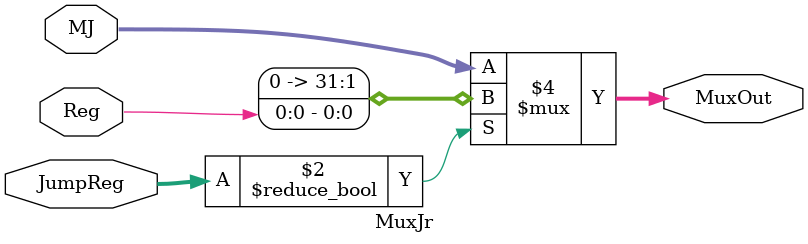
<source format=v>
module MuxJr (MJ, Reg, JumpReg, MuxOut);

	input [31:0] MJ, JumpReg;
	input Reg;
	output reg [31:0] MuxOut;
	
	always@(*)
		begin
			if (JumpReg)
				MuxOut = Reg;
			else
				MuxOut = MJ;
		end
		
endmodule

</source>
